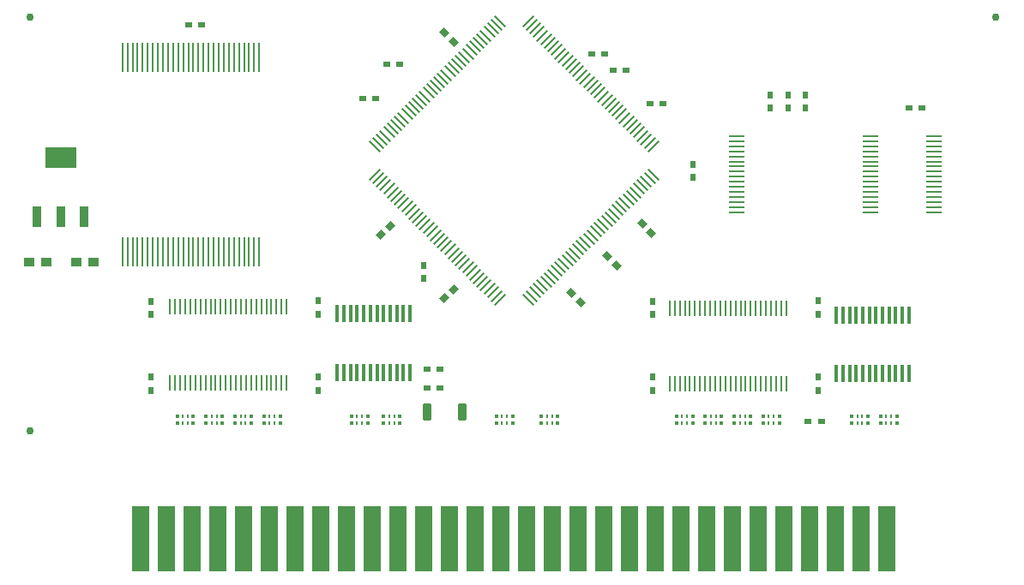
<source format=gbr>
G04 DipTrace 4.0.0.5*
G04 TopPaste.gbr*
%MOIN*%
G04 #@! TF.FileFunction,Paste,Top*
G04 #@! TF.Part,Single*
%AMOUTLINE2*
4,1,4,
0.019487,-0.002784,
0.002784,-0.019487,
-0.019487,0.002784,
-0.002784,0.019487,
0.019487,-0.002784,
0*%
%AMOUTLINE5*
4,1,4,
0.002784,0.019487,
0.019487,0.002784,
-0.002784,-0.019487,
-0.019487,-0.002784,
0.002784,0.019487,
0*%
%AMOUTLINE8*
4,1,4,
-0.019487,0.002784,
-0.002784,0.019487,
0.019487,-0.002784,
0.002784,-0.019487,
-0.019487,0.002784,
0*%
%AMOUTLINE11*
4,1,28,
-0.010107,0.032283,
0.010107,0.032283,
0.01227,0.031999,
0.014165,0.031214,
0.015792,0.029965,
0.017041,0.028338,
0.017826,0.026443,
0.01811,0.02428,
0.01811,-0.02428,
0.017826,-0.026443,
0.017041,-0.028338,
0.015792,-0.029965,
0.014165,-0.031214,
0.01227,-0.031999,
0.010107,-0.032283,
-0.010107,-0.032283,
-0.01227,-0.031999,
-0.014165,-0.031214,
-0.015792,-0.029965,
-0.017041,-0.028338,
-0.017826,-0.026443,
-0.01811,-0.02428,
-0.01811,0.02428,
-0.017826,0.026443,
-0.017041,0.028338,
-0.015792,0.029965,
-0.014165,0.031214,
-0.01227,0.031999,
-0.010107,0.032283,
0*%
%AMOUTLINE14*
4,1,28,
0.010107,-0.032283,
-0.010107,-0.032283,
-0.01227,-0.031999,
-0.014165,-0.031214,
-0.015792,-0.029965,
-0.017041,-0.028338,
-0.017826,-0.026443,
-0.01811,-0.02428,
-0.01811,0.02428,
-0.017826,0.026443,
-0.017041,0.028338,
-0.015792,0.029965,
-0.014165,0.031214,
-0.01227,0.031999,
-0.010107,0.032283,
0.010107,0.032283,
0.01227,0.031999,
0.014165,0.031214,
0.015792,0.029965,
0.017041,0.028338,
0.017826,0.026443,
0.01811,0.02428,
0.01811,-0.02428,
0.017826,-0.026443,
0.017041,-0.028338,
0.015792,-0.029965,
0.014165,-0.031214,
0.01227,-0.031999,
0.010107,-0.032283,
0*%
%AMOUTLINE17*
4,1,4,
0.018095,0.023663,
0.023663,0.018095,
-0.018095,-0.023663,
-0.023663,-0.018095,
0.018095,0.023663,
0*%
%AMOUTLINE20*
4,1,4,
0.023663,-0.018095,
0.018095,-0.023663,
-0.023663,0.018095,
-0.018095,0.023663,
0.023663,-0.018095,
0*%
%ADD24C,0.029606*%
%ADD46R,0.011811X0.066929*%
%ADD48R,0.007874X0.059055*%
%ADD50R,0.059055X0.007874*%
%ADD54R,0.007874X0.114173*%
%ADD56R,0.124016X0.080709*%
%ADD58R,0.033465X0.080709*%
%ADD60R,0.007874X0.015748*%
%ADD62R,0.011811X0.015748*%
%ADD70R,0.066929X0.251969*%
%ADD74R,0.031496X0.023622*%
%ADD76R,0.023622X0.031496*%
%ADD78R,0.03937X0.035433*%
%ADD86OUTLINE2*%
%ADD89OUTLINE5*%
%ADD92OUTLINE8*%
%ADD95OUTLINE11*%
%ADD98OUTLINE14*%
%ADD101OUTLINE17*%
%ADD104OUTLINE20*%
%FSLAX26Y26*%
G04*
G70*
G90*
G75*
G01*
G04 TopPaste*
%LPD*%
D78*
X727165Y1653075D3*
X660236D3*
X545916D3*
X478987D3*
D76*
X949951Y1155213D3*
Y1206394D3*
Y1500937D3*
Y1449756D3*
X1599951Y1156007D3*
Y1207188D3*
Y1503665D3*
Y1452484D3*
X2899950Y1156117D3*
Y1207298D3*
Y1451102D3*
Y1502283D3*
X3543699Y1155125D3*
Y1206306D3*
Y1452484D3*
Y1503665D3*
D74*
X1096318Y2578430D3*
X1147499D3*
X2075542Y1164400D3*
X2024361D3*
X3556791Y1034325D3*
X3505610D3*
D76*
X3495262Y2254047D3*
Y2305228D3*
X3056201Y2034916D3*
Y1983735D3*
D74*
X1825541Y2290575D3*
X1774360D3*
X1919291Y2424950D3*
X1868110D3*
D86*
X2127721Y2512379D3*
X2091531Y2548569D3*
D89*
X1880547Y1796171D3*
X1844356Y1759981D3*
D76*
X2012450Y1641165D3*
Y1589984D3*
D89*
X2127421Y1549296D3*
X2091230Y1513106D3*
D74*
X2664986Y2465576D3*
X2716167D3*
X2746235Y2399950D3*
X2797416D3*
X2889986Y2271825D3*
X2941167D3*
D92*
X2585214Y1535392D3*
X2621405Y1499201D3*
X2725606Y1677421D3*
X2761796Y1641230D3*
X2859981Y1805545D3*
X2896171Y1769355D3*
D74*
X3896890Y2253990D3*
X3948071D3*
D95*
X2024606Y1071825D3*
D98*
X2162795D3*
D24*
X481202Y2606201D3*
X4234325D3*
X481199Y996825D3*
D70*
X912450Y578076D3*
X1012450D3*
X1112450D3*
X1212450D3*
X1312450D3*
X1412450D3*
X1512450D3*
X1612450D3*
X1712450D3*
X1812450D3*
X1912450D3*
X2012450D3*
X2112450D3*
X2212450D3*
X2312450D3*
X2412450D3*
X2512450D3*
X2612450D3*
X2712450D3*
X2812450D3*
X2912450D3*
X3012450D3*
X3112450D3*
X3212450D3*
X3312450D3*
X3412450D3*
X3512450D3*
X3612450D3*
X3712450D3*
X3812450D3*
D76*
X3358123Y2305228D3*
Y2254047D3*
X3427024D3*
Y2305228D3*
D74*
X2075542Y1239400D3*
X2024361D3*
D62*
X1052992Y1054345D3*
D60*
X1074646D3*
X1094331D3*
D62*
X1115984D3*
X1052992Y1026786D3*
D60*
X1074646D3*
X1094331D3*
D62*
X1115984D3*
X1165472Y1054345D3*
D60*
X1187126D3*
X1206811D3*
D62*
X1228465D3*
X1165472Y1026786D3*
D60*
X1187126D3*
X1206811D3*
D62*
X1228465D3*
X1277992Y1054345D3*
D60*
X1299646D3*
X1319331D3*
D62*
X1340984D3*
X1277992Y1026786D3*
D60*
X1299646D3*
X1319331D3*
D62*
X1340984D3*
X1390472Y1054345D3*
D60*
X1412126D3*
X1431811D3*
D62*
X1453465D3*
X1390472Y1026786D3*
D60*
X1412126D3*
X1431811D3*
D62*
X1453465D3*
X1730945Y1054345D3*
D60*
X1752598D3*
X1772283D3*
D62*
X1793937D3*
X1730945Y1026786D3*
D60*
X1752598D3*
X1772283D3*
D62*
X1793937D3*
X1855945Y1054345D3*
D60*
X1877598D3*
X1897283D3*
D62*
X1918937D3*
X1855945Y1026786D3*
D60*
X1877598D3*
X1897283D3*
D62*
X1918937D3*
X2993465Y1054345D3*
D60*
X3015118D3*
X3034803D3*
D62*
X3056457D3*
X2993465Y1026786D3*
D60*
X3015118D3*
X3034803D3*
D62*
X3056457D3*
X3105954Y1054356D3*
D60*
X3127608D3*
X3147293D3*
D62*
X3168946D3*
X3105954Y1026797D3*
D60*
X3127608D3*
X3147293D3*
D62*
X3168946D3*
X3218454Y1054354D3*
D60*
X3240108D3*
X3259793D3*
D62*
X3281446D3*
X3218454Y1026795D3*
D60*
X3240108D3*
X3259793D3*
D62*
X3281446D3*
X3330955Y1054356D3*
D60*
X3352609D3*
X3372294D3*
D62*
X3393948D3*
X3330955Y1026797D3*
D60*
X3352609D3*
X3372294D3*
D62*
X3393948D3*
X3674706Y1054354D3*
D60*
X3696360D3*
X3716045D3*
D62*
X3737698D3*
X3674706Y1026795D3*
D60*
X3696360D3*
X3716045D3*
D62*
X3737698D3*
X3787205Y1054354D3*
D60*
X3808858D3*
X3828543D3*
D62*
X3850197D3*
X3787205Y1026795D3*
D60*
X3808858D3*
X3828543D3*
D62*
X3850197D3*
X2356457Y1026786D3*
D60*
X2334803D3*
X2315118D3*
D62*
X2293465D3*
X2356457Y1054345D3*
D60*
X2334803D3*
X2315118D3*
D62*
X2293465D3*
X2531457Y1026786D3*
D60*
X2509803D3*
X2490118D3*
D62*
X2468465D3*
X2531457Y1054345D3*
D60*
X2509803D3*
X2490118D3*
D62*
X2468465D3*
D101*
X2903917Y2104236D3*
X2889998Y2118155D3*
X2876078Y2132075D3*
X2862159Y2145994D3*
X2848239Y2159914D3*
X2834320Y2173833D3*
X2820401Y2187752D3*
X2806481Y2201672D3*
X2792562Y2215591D3*
X2778642Y2229511D3*
X2764723Y2243430D3*
X2750803Y2257350D3*
X2736884Y2271269D3*
X2722965Y2285188D3*
X2709045Y2299108D3*
X2695126Y2313027D3*
X2681206Y2326947D3*
X2667287Y2340866D3*
X2653367Y2354786D3*
X2639448Y2368705D3*
X2625529Y2382624D3*
X2611609Y2396544D3*
X2597690Y2410463D3*
X2583770Y2424383D3*
X2569851Y2438302D3*
X2555931Y2452222D3*
X2542012Y2466141D3*
X2528093Y2480060D3*
X2514173Y2493980D3*
X2500254Y2507899D3*
X2486334Y2521819D3*
X2472415Y2535738D3*
X2458495Y2549657D3*
X2444576Y2563577D3*
X2430657Y2577496D3*
X2416737Y2591416D3*
D104*
X2308166D3*
X2294246Y2577496D3*
X2280327Y2563577D3*
X2266407Y2549657D3*
X2252488Y2535738D3*
X2238569Y2521819D3*
X2224649Y2507899D3*
X2210730Y2493980D3*
X2196810Y2480060D3*
X2182891Y2466141D3*
X2168971Y2452222D3*
X2155052Y2438302D3*
X2141133Y2424383D3*
X2127213Y2410463D3*
X2113294Y2396544D3*
X2099374Y2382624D3*
X2085455Y2368705D3*
X2071535Y2354786D3*
X2057616Y2340866D3*
X2043697Y2326947D3*
X2029777Y2313027D3*
X2015858Y2299108D3*
X2001938Y2285188D3*
X1988019Y2271269D3*
X1974099Y2257350D3*
X1960180Y2243430D3*
X1946261Y2229511D3*
X1932341Y2215591D3*
X1918422Y2201672D3*
X1904502Y2187752D3*
X1890583Y2173833D3*
X1876664Y2159914D3*
X1862744Y2145994D3*
X1848825Y2132075D3*
X1834905Y2118155D3*
X1820986Y2104236D3*
D101*
Y1995664D3*
X1834905Y1981745D3*
X1848825Y1967826D3*
X1862744Y1953906D3*
X1876664Y1939987D3*
X1890583Y1926067D3*
X1904502Y1912148D3*
X1918422Y1898228D3*
X1932341Y1884309D3*
X1946261Y1870390D3*
X1960180Y1856470D3*
X1974099Y1842551D3*
X1988019Y1828631D3*
X2001938Y1814712D3*
X2015858Y1800792D3*
X2029777Y1786873D3*
X2043697Y1772954D3*
X2057616Y1759034D3*
X2071535Y1745115D3*
X2085455Y1731195D3*
X2099374Y1717276D3*
X2113294Y1703356D3*
X2127213Y1689437D3*
X2141133Y1675518D3*
X2155052Y1661598D3*
X2168971Y1647679D3*
X2182891Y1633759D3*
X2196810Y1619840D3*
X2210730Y1605920D3*
X2224649Y1592001D3*
X2238569Y1578082D3*
X2252488Y1564162D3*
X2266407Y1550243D3*
X2280327Y1536323D3*
X2294246Y1522404D3*
X2308166Y1508485D3*
D104*
X2416737D3*
X2430657Y1522404D3*
X2444576Y1536323D3*
X2458495Y1550243D3*
X2472415Y1564162D3*
X2486334Y1578082D3*
X2500254Y1592001D3*
X2514173Y1605920D3*
X2528093Y1619840D3*
X2542012Y1633759D3*
X2555931Y1647679D3*
X2569851Y1661598D3*
X2583770Y1675518D3*
X2597690Y1689437D3*
X2611609Y1703356D3*
X2625529Y1717276D3*
X2639448Y1731195D3*
X2653367Y1745115D3*
X2667287Y1759034D3*
X2681206Y1772954D3*
X2695126Y1786873D3*
X2709045Y1800792D3*
X2722965Y1814712D3*
X2736884Y1828631D3*
X2750803Y1842551D3*
X2764723Y1856470D3*
X2778642Y1870390D3*
X2792562Y1884309D3*
X2806481Y1898228D3*
X2820401Y1912148D3*
X2834320Y1926067D3*
X2848239Y1939987D3*
X2862159Y1953906D3*
X2876078Y1967826D3*
X2889998Y1981745D3*
X2903917Y1995664D3*
D58*
X509400Y1832652D3*
X599951D3*
X690503D3*
D56*
X599951Y2060999D3*
D54*
X840453Y1693873D3*
X860138D3*
X879823D3*
X899508D3*
X919193D3*
X938878D3*
X958563D3*
X978248D3*
X997933D3*
X1017618D3*
X1037303D3*
X1056988D3*
X1076673D3*
X1096358D3*
X1116043D3*
X1135728D3*
X1155413D3*
X1175098D3*
X1194783D3*
X1214469D3*
X1234154D3*
X1253839D3*
X1273524D3*
X1293209D3*
X1312894D3*
X1332579D3*
X1352264D3*
X1371949D3*
Y2449778D3*
X1352264D3*
X1332579D3*
X1312894D3*
X1293209D3*
X1273524D3*
X1253839D3*
X1234154D3*
X1214469D3*
X1194783D3*
X1175098D3*
X1155413D3*
X1135728D3*
X1116043D3*
X1096358D3*
X1076673D3*
X1056988D3*
X1037303D3*
X1017618D3*
X997933D3*
X978248D3*
X958563D3*
X938878D3*
X919193D3*
X899508D3*
X879823D3*
X860138D3*
X840453D3*
D50*
X3228152Y2144336D3*
Y2124651D3*
Y2104966D3*
Y2085281D3*
Y2065596D3*
Y2045911D3*
Y2026226D3*
Y2006541D3*
Y1986856D3*
Y1967171D3*
Y1947486D3*
Y1927801D3*
Y1908115D3*
Y1888430D3*
Y1868745D3*
Y1849060D3*
X3747837D3*
Y1868745D3*
Y1888430D3*
Y1908115D3*
Y1927801D3*
Y1947486D3*
Y1967171D3*
Y1986856D3*
Y2006541D3*
Y2026226D3*
Y2045911D3*
Y2065596D3*
Y2085281D3*
Y2104966D3*
Y2124651D3*
Y2144336D3*
X3993900Y1849060D3*
Y1868745D3*
Y1888430D3*
Y1908115D3*
Y1927801D3*
Y1947486D3*
Y1967171D3*
Y1986856D3*
Y2006541D3*
Y2026226D3*
Y2045911D3*
Y2065596D3*
Y2085281D3*
Y2104966D3*
Y2124651D3*
Y2144336D3*
D48*
X1025556Y1184903D3*
X1045241D3*
X1064927D3*
X1084612D3*
X1104297D3*
X1123982D3*
X1143667D3*
X1163352D3*
X1183037D3*
X1202722D3*
X1222407D3*
X1242092D3*
X1261777D3*
X1281462D3*
X1301147D3*
X1320832D3*
X1340517D3*
X1360202D3*
X1379887D3*
X1399572D3*
X1419257D3*
X1438942D3*
X1458627D3*
X1478312D3*
Y1480178D3*
X1458627D3*
X1438942D3*
X1419257D3*
X1399572D3*
X1379887D3*
X1360202D3*
X1340517D3*
X1320832D3*
X1301147D3*
X1281462D3*
X1261777D3*
X1242092D3*
X1222407D3*
X1202722D3*
X1183037D3*
X1163352D3*
X1143667D3*
X1123982D3*
X1104297D3*
X1084612D3*
X1064927D3*
X1045241D3*
X1025556D3*
X2967323Y1180438D3*
X2987008D3*
X3006693D3*
X3026378D3*
X3046063D3*
X3065748D3*
X3085433D3*
X3105118D3*
X3124803D3*
X3144488D3*
X3164173D3*
X3183858D3*
X3203543D3*
X3223228D3*
X3242913D3*
X3262598D3*
X3282283D3*
X3301969D3*
X3321654D3*
X3341339D3*
X3361024D3*
X3380709D3*
X3400394D3*
X3420079D3*
Y1475714D3*
X3400394D3*
X3380709D3*
X3361024D3*
X3341339D3*
X3321654D3*
X3301969D3*
X3282283D3*
X3262598D3*
X3242913D3*
X3223228D3*
X3203543D3*
X3183858D3*
X3164173D3*
X3144488D3*
X3124803D3*
X3105118D3*
X3085433D3*
X3065748D3*
X3046063D3*
X3026378D3*
X3006693D3*
X2987008D3*
X2967323D3*
D46*
X1676050Y1225556D3*
X1701640D3*
X1727231D3*
X1752822D3*
X1778412D3*
X1804003D3*
X1829593D3*
X1855184D3*
X1880774D3*
X1906365D3*
X1931955D3*
X1957546D3*
Y1453911D3*
X1931955Y1453903D3*
X1906365D3*
X1880774D3*
X1855184D3*
X1829593D3*
X1804003D3*
X1778412D3*
X1752822D3*
X1727231D3*
X1701640D3*
X1676050D3*
X3615453Y1220148D3*
X3641043D3*
X3666634D3*
X3692224D3*
X3717815D3*
X3743406D3*
X3768996D3*
X3794587D3*
X3820177D3*
X3845768D3*
X3871358D3*
X3896949D3*
Y1448503D3*
X3871358Y1448495D3*
X3845768D3*
X3820177D3*
X3794587D3*
X3768996D3*
X3743406D3*
X3717815D3*
X3692224D3*
X3666634D3*
X3641043D3*
X3615453D3*
M02*

</source>
